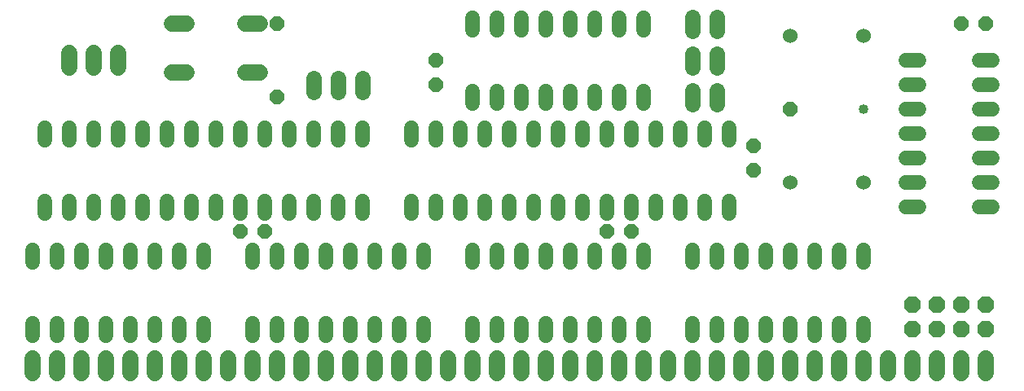
<source format=gbs>
G75*
%MOIN*%
%OFA0B0*%
%FSLAX24Y24*%
%IPPOS*%
%LPD*%
%AMOC8*
5,1,8,0,0,1.08239X$1,22.5*
%
%ADD10C,0.0400*%
%ADD11C,0.0600*%
%ADD12C,0.0680*%
%ADD13C,0.0640*%
%ADD14OC8,0.0600*%
%ADD15C,0.0600*%
%ADD16OC8,0.0595*%
%ADD17OC8,0.0680*%
D10*
X034680Y011680D03*
D11*
X036420Y011680D02*
X036940Y011680D01*
X036940Y010680D02*
X036420Y010680D01*
X036420Y009680D02*
X036940Y009680D01*
X036940Y008680D02*
X036420Y008680D01*
X036420Y007680D02*
X036940Y007680D01*
X039420Y007680D02*
X039940Y007680D01*
X039940Y008680D02*
X039420Y008680D01*
X039420Y009680D02*
X039940Y009680D01*
X039940Y010680D02*
X039420Y010680D01*
X039420Y011680D02*
X039940Y011680D01*
X039940Y012680D02*
X039420Y012680D01*
X039420Y013680D02*
X039940Y013680D01*
X036940Y013680D02*
X036420Y013680D01*
X036420Y012680D02*
X036940Y012680D01*
X029180Y010940D02*
X029180Y010420D01*
X028180Y010420D02*
X028180Y010940D01*
X027180Y010940D02*
X027180Y010420D01*
X026180Y010420D02*
X026180Y010940D01*
X025180Y010940D02*
X025180Y010420D01*
X024180Y010420D02*
X024180Y010940D01*
X023180Y010940D02*
X023180Y010420D01*
X022180Y010420D02*
X022180Y010940D01*
X021180Y010940D02*
X021180Y010420D01*
X020180Y010420D02*
X020180Y010940D01*
X019180Y010940D02*
X019180Y010420D01*
X018180Y010420D02*
X018180Y010940D01*
X017180Y010940D02*
X017180Y010420D01*
X016180Y010420D02*
X016180Y010940D01*
X014180Y010940D02*
X014180Y010420D01*
X013180Y010420D02*
X013180Y010940D01*
X012180Y010940D02*
X012180Y010420D01*
X011180Y010420D02*
X011180Y010940D01*
X010180Y010940D02*
X010180Y010420D01*
X009180Y010420D02*
X009180Y010940D01*
X008180Y010940D02*
X008180Y010420D01*
X007180Y010420D02*
X007180Y010940D01*
X006180Y010940D02*
X006180Y010420D01*
X005180Y010420D02*
X005180Y010940D01*
X004180Y010940D02*
X004180Y010420D01*
X003180Y010420D02*
X003180Y010940D01*
X002180Y010940D02*
X002180Y010420D01*
X001180Y010420D02*
X001180Y010940D01*
X001180Y007940D02*
X001180Y007420D01*
X002180Y007420D02*
X002180Y007940D01*
X003180Y007940D02*
X003180Y007420D01*
X004180Y007420D02*
X004180Y007940D01*
X005180Y007940D02*
X005180Y007420D01*
X006180Y007420D02*
X006180Y007940D01*
X007180Y007940D02*
X007180Y007420D01*
X008180Y007420D02*
X008180Y007940D01*
X009180Y007940D02*
X009180Y007420D01*
X010180Y007420D02*
X010180Y007940D01*
X011180Y007940D02*
X011180Y007420D01*
X012180Y007420D02*
X012180Y007940D01*
X013180Y007940D02*
X013180Y007420D01*
X014180Y007420D02*
X014180Y007940D01*
X016180Y007940D02*
X016180Y007420D01*
X017180Y007420D02*
X017180Y007940D01*
X018180Y007940D02*
X018180Y007420D01*
X019180Y007420D02*
X019180Y007940D01*
X020180Y007940D02*
X020180Y007420D01*
X021180Y007420D02*
X021180Y007940D01*
X022180Y007940D02*
X022180Y007420D01*
X023180Y007420D02*
X023180Y007940D01*
X024180Y007940D02*
X024180Y007420D01*
X025180Y007420D02*
X025180Y007940D01*
X026180Y007940D02*
X026180Y007420D01*
X027180Y007420D02*
X027180Y007940D01*
X028180Y007940D02*
X028180Y007420D01*
X029180Y007420D02*
X029180Y007940D01*
X028680Y005940D02*
X028680Y005420D01*
X029680Y005420D02*
X029680Y005940D01*
X030680Y005940D02*
X030680Y005420D01*
X031680Y005420D02*
X031680Y005940D01*
X032680Y005940D02*
X032680Y005420D01*
X033680Y005420D02*
X033680Y005940D01*
X034680Y005940D02*
X034680Y005420D01*
X034680Y002940D02*
X034680Y002420D01*
X033680Y002420D02*
X033680Y002940D01*
X032680Y002940D02*
X032680Y002420D01*
X031680Y002420D02*
X031680Y002940D01*
X030680Y002940D02*
X030680Y002420D01*
X029680Y002420D02*
X029680Y002940D01*
X028680Y002940D02*
X028680Y002420D01*
X027680Y002420D02*
X027680Y002940D01*
X025680Y002940D02*
X025680Y002420D01*
X024680Y002420D02*
X024680Y002940D01*
X023680Y002940D02*
X023680Y002420D01*
X022680Y002420D02*
X022680Y002940D01*
X021680Y002940D02*
X021680Y002420D01*
X020680Y002420D02*
X020680Y002940D01*
X019680Y002940D02*
X019680Y002420D01*
X018680Y002420D02*
X018680Y002940D01*
X016680Y002940D02*
X016680Y002420D01*
X015680Y002420D02*
X015680Y002940D01*
X014680Y002940D02*
X014680Y002420D01*
X013680Y002420D02*
X013680Y002940D01*
X012680Y002940D02*
X012680Y002420D01*
X011680Y002420D02*
X011680Y002940D01*
X010680Y002940D02*
X010680Y002420D01*
X009680Y002420D02*
X009680Y002940D01*
X007680Y002940D02*
X007680Y002420D01*
X006680Y002420D02*
X006680Y002940D01*
X005680Y002940D02*
X005680Y002420D01*
X004680Y002420D02*
X004680Y002940D01*
X003680Y002940D02*
X003680Y002420D01*
X002680Y002420D02*
X002680Y002940D01*
X001680Y002940D02*
X001680Y002420D01*
X000680Y002420D02*
X000680Y002940D01*
X000680Y005420D02*
X000680Y005940D01*
X001680Y005940D02*
X001680Y005420D01*
X002680Y005420D02*
X002680Y005940D01*
X003680Y005940D02*
X003680Y005420D01*
X004680Y005420D02*
X004680Y005940D01*
X005680Y005940D02*
X005680Y005420D01*
X006680Y005420D02*
X006680Y005940D01*
X007680Y005940D02*
X007680Y005420D01*
X009680Y005420D02*
X009680Y005940D01*
X010680Y005940D02*
X010680Y005420D01*
X011680Y005420D02*
X011680Y005940D01*
X012680Y005940D02*
X012680Y005420D01*
X013680Y005420D02*
X013680Y005940D01*
X014680Y005940D02*
X014680Y005420D01*
X015680Y005420D02*
X015680Y005940D01*
X016680Y005940D02*
X016680Y005420D01*
X018680Y005420D02*
X018680Y005940D01*
X019680Y005940D02*
X019680Y005420D01*
X020680Y005420D02*
X020680Y005940D01*
X021680Y005940D02*
X021680Y005420D01*
X022680Y005420D02*
X022680Y005940D01*
X023680Y005940D02*
X023680Y005420D01*
X024680Y005420D02*
X024680Y005940D01*
X025680Y005940D02*
X025680Y005420D01*
X027680Y005420D02*
X027680Y005940D01*
X025680Y011920D02*
X025680Y012440D01*
X024680Y012440D02*
X024680Y011920D01*
X023680Y011920D02*
X023680Y012440D01*
X022680Y012440D02*
X022680Y011920D01*
X021680Y011920D02*
X021680Y012440D01*
X020680Y012440D02*
X020680Y011920D01*
X019680Y011920D02*
X019680Y012440D01*
X018680Y012440D02*
X018680Y011920D01*
X018680Y014920D02*
X018680Y015440D01*
X019680Y015440D02*
X019680Y014920D01*
X020680Y014920D02*
X020680Y015440D01*
X021680Y015440D02*
X021680Y014920D01*
X022680Y014920D02*
X022680Y015440D01*
X023680Y015440D02*
X023680Y014920D01*
X024680Y014920D02*
X024680Y015440D01*
X025680Y015440D02*
X025680Y014920D01*
D12*
X000680Y001480D02*
X000680Y000880D01*
X001680Y000880D02*
X001680Y001480D01*
X002680Y001480D02*
X002680Y000880D01*
X003680Y000880D02*
X003680Y001480D01*
X004680Y001480D02*
X004680Y000880D01*
X005680Y000880D02*
X005680Y001480D01*
X006680Y001480D02*
X006680Y000880D01*
X007680Y000880D02*
X007680Y001480D01*
X008680Y001480D02*
X008680Y000880D01*
X009680Y000880D02*
X009680Y001480D01*
X010680Y001480D02*
X010680Y000880D01*
X011680Y000880D02*
X011680Y001480D01*
X012680Y001480D02*
X012680Y000880D01*
X013680Y000880D02*
X013680Y001480D01*
X014680Y001480D02*
X014680Y000880D01*
X015680Y000880D02*
X015680Y001480D01*
X016680Y001480D02*
X016680Y000880D01*
X017680Y000880D02*
X017680Y001480D01*
X018680Y001480D02*
X018680Y000880D01*
X019680Y000880D02*
X019680Y001480D01*
X020680Y001480D02*
X020680Y000880D01*
X021680Y000880D02*
X021680Y001480D01*
X022680Y001480D02*
X022680Y000880D01*
X023680Y000880D02*
X023680Y001480D01*
X024680Y001480D02*
X024680Y000880D01*
X025680Y000880D02*
X025680Y001480D01*
X026680Y001480D02*
X026680Y000880D01*
X027680Y000880D02*
X027680Y001480D01*
X028680Y001480D02*
X028680Y000880D01*
X029680Y000880D02*
X029680Y001480D01*
X030680Y001480D02*
X030680Y000880D01*
X031680Y000880D02*
X031680Y001480D01*
X032680Y001480D02*
X032680Y000880D01*
X033680Y000880D02*
X033680Y001480D01*
X034680Y001480D02*
X034680Y000880D01*
X035680Y000880D02*
X035680Y001480D01*
X036680Y001480D02*
X036680Y000880D01*
X037680Y000880D02*
X037680Y001480D01*
X038680Y001480D02*
X038680Y000880D01*
X039680Y000880D02*
X039680Y001480D01*
X009980Y013180D02*
X009380Y013180D01*
X006980Y013180D02*
X006380Y013180D01*
X004180Y013380D02*
X004180Y013980D01*
X003180Y013980D02*
X003180Y013380D01*
X002180Y013380D02*
X002180Y013980D01*
X006380Y015180D02*
X006980Y015180D01*
X009380Y015180D02*
X009980Y015180D01*
D13*
X012180Y012960D02*
X012180Y012400D01*
X013180Y012400D02*
X013180Y012960D01*
X014180Y012960D02*
X014180Y012400D01*
X027680Y012460D02*
X027680Y011900D01*
X028680Y011900D02*
X028680Y012460D01*
X028680Y013400D02*
X028680Y013960D01*
X027680Y013960D02*
X027680Y013400D01*
X027680Y014900D02*
X027680Y015460D01*
X028680Y015460D02*
X028680Y014900D01*
D14*
X038680Y015180D03*
X039680Y015180D03*
X030180Y010180D03*
X030180Y009180D03*
X025180Y006680D03*
X024180Y006680D03*
X010680Y012180D03*
X017180Y012680D03*
X017180Y013680D03*
X010680Y015180D03*
X010180Y006680D03*
X009180Y006680D03*
D15*
X031680Y008680D03*
X034680Y008680D03*
X034680Y014680D03*
X031680Y014680D03*
D16*
X031680Y011680D03*
D17*
X036680Y003680D03*
X037680Y003680D03*
X038680Y003680D03*
X039680Y003680D03*
X039680Y002680D03*
X038680Y002680D03*
X037680Y002680D03*
X036680Y002680D03*
M02*

</source>
